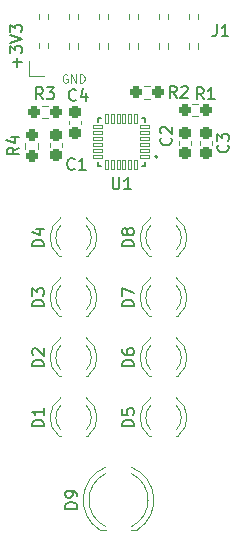
<source format=gto>
G04 #@! TF.GenerationSoftware,KiCad,Pcbnew,6.0.9-8da3e8f707~116~ubuntu20.04.1*
G04 #@! TF.CreationDate,2023-03-08T17:55:07+01:00*
G04 #@! TF.ProjectId,led_drv_pmod,6c65645f-6472-4765-9f70-6d6f642e6b69,rev?*
G04 #@! TF.SameCoordinates,Original*
G04 #@! TF.FileFunction,Legend,Top*
G04 #@! TF.FilePolarity,Positive*
%FSLAX46Y46*%
G04 Gerber Fmt 4.6, Leading zero omitted, Abs format (unit mm)*
G04 Created by KiCad (PCBNEW 6.0.9-8da3e8f707~116~ubuntu20.04.1) date 2023-03-08 17:55:07*
%MOMM*%
%LPD*%
G01*
G04 APERTURE LIST*
G04 Aperture macros list*
%AMRoundRect*
0 Rectangle with rounded corners*
0 $1 Rounding radius*
0 $2 $3 $4 $5 $6 $7 $8 $9 X,Y pos of 4 corners*
0 Add a 4 corners polygon primitive as box body*
4,1,4,$2,$3,$4,$5,$6,$7,$8,$9,$2,$3,0*
0 Add four circle primitives for the rounded corners*
1,1,$1+$1,$2,$3*
1,1,$1+$1,$4,$5*
1,1,$1+$1,$6,$7*
1,1,$1+$1,$8,$9*
0 Add four rect primitives between the rounded corners*
20,1,$1+$1,$2,$3,$4,$5,0*
20,1,$1+$1,$4,$5,$6,$7,0*
20,1,$1+$1,$6,$7,$8,$9,0*
20,1,$1+$1,$8,$9,$2,$3,0*%
G04 Aperture macros list end*
%ADD10C,0.150000*%
%ADD11C,0.100000*%
%ADD12C,0.120000*%
%ADD13C,0.127000*%
%ADD14C,0.200000*%
%ADD15R,1.700000X1.700000*%
%ADD16O,1.700000X1.700000*%
%ADD17RoundRect,0.237500X-0.250000X-0.237500X0.250000X-0.237500X0.250000X0.237500X-0.250000X0.237500X0*%
%ADD18RoundRect,0.237500X-0.237500X0.250000X-0.237500X-0.250000X0.237500X-0.250000X0.237500X0.250000X0*%
%ADD19R,1.800000X1.800000*%
%ADD20C,1.800000*%
%ADD21RoundRect,0.237500X0.237500X-0.300000X0.237500X0.300000X-0.237500X0.300000X-0.237500X-0.300000X0*%
%ADD22RoundRect,0.007800X0.397200X0.122200X-0.397200X0.122200X-0.397200X-0.122200X0.397200X-0.122200X0*%
%ADD23RoundRect,0.007800X-0.122200X0.397200X-0.122200X-0.397200X0.122200X-0.397200X0.122200X0.397200X0*%
%ADD24R,2.600000X2.600000*%
%ADD25R,1.800000X1.070000*%
%ADD26O,1.800000X1.070000*%
%ADD27RoundRect,0.237500X0.250000X0.237500X-0.250000X0.237500X-0.250000X-0.237500X0.250000X-0.237500X0*%
G04 APERTURE END LIST*
D10*
X79065428Y-48751904D02*
X79065428Y-47990000D01*
X79446380Y-48370952D02*
X78684476Y-48370952D01*
X78446380Y-47609047D02*
X78446380Y-46990000D01*
X78827333Y-47323333D01*
X78827333Y-47180476D01*
X78874952Y-47085238D01*
X78922571Y-47037619D01*
X79017809Y-46990000D01*
X79255904Y-46990000D01*
X79351142Y-47037619D01*
X79398761Y-47085238D01*
X79446380Y-47180476D01*
X79446380Y-47466190D01*
X79398761Y-47561428D01*
X79351142Y-47609047D01*
X78446380Y-46704285D02*
X79446380Y-46370952D01*
X78446380Y-46037619D01*
X78446380Y-45799523D02*
X78446380Y-45180476D01*
X78827333Y-45513809D01*
X78827333Y-45370952D01*
X78874952Y-45275714D01*
X78922571Y-45228095D01*
X79017809Y-45180476D01*
X79255904Y-45180476D01*
X79351142Y-45228095D01*
X79398761Y-45275714D01*
X79446380Y-45370952D01*
X79446380Y-45656666D01*
X79398761Y-45751904D01*
X79351142Y-45799523D01*
D11*
X83286666Y-49434000D02*
X83220000Y-49400666D01*
X83120000Y-49400666D01*
X83020000Y-49434000D01*
X82953333Y-49500666D01*
X82920000Y-49567333D01*
X82886666Y-49700666D01*
X82886666Y-49800666D01*
X82920000Y-49934000D01*
X82953333Y-50000666D01*
X83020000Y-50067333D01*
X83120000Y-50100666D01*
X83186666Y-50100666D01*
X83286666Y-50067333D01*
X83320000Y-50034000D01*
X83320000Y-49800666D01*
X83186666Y-49800666D01*
X83620000Y-50100666D02*
X83620000Y-49400666D01*
X84020000Y-50100666D01*
X84020000Y-49400666D01*
X84353333Y-50100666D02*
X84353333Y-49400666D01*
X84520000Y-49400666D01*
X84620000Y-49434000D01*
X84686666Y-49500666D01*
X84720000Y-49567333D01*
X84753333Y-49700666D01*
X84753333Y-49800666D01*
X84720000Y-49934000D01*
X84686666Y-50000666D01*
X84620000Y-50067333D01*
X84520000Y-50100666D01*
X84353333Y-50100666D01*
D10*
X95932666Y-45172380D02*
X95932666Y-45886666D01*
X95885047Y-46029523D01*
X95789809Y-46124761D01*
X95646952Y-46172380D01*
X95551714Y-46172380D01*
X96932666Y-46172380D02*
X96361238Y-46172380D01*
X96646952Y-46172380D02*
X96646952Y-45172380D01*
X96551714Y-45315238D01*
X96456476Y-45410476D01*
X96361238Y-45458095D01*
X94829333Y-51506380D02*
X94496000Y-51030190D01*
X94257904Y-51506380D02*
X94257904Y-50506380D01*
X94638857Y-50506380D01*
X94734095Y-50554000D01*
X94781714Y-50601619D01*
X94829333Y-50696857D01*
X94829333Y-50839714D01*
X94781714Y-50934952D01*
X94734095Y-50982571D01*
X94638857Y-51030190D01*
X94257904Y-51030190D01*
X95781714Y-51506380D02*
X95210285Y-51506380D01*
X95496000Y-51506380D02*
X95496000Y-50506380D01*
X95400761Y-50649238D01*
X95305523Y-50744476D01*
X95210285Y-50792095D01*
X79192380Y-55591666D02*
X78716190Y-55925000D01*
X79192380Y-56163095D02*
X78192380Y-56163095D01*
X78192380Y-55782142D01*
X78240000Y-55686904D01*
X78287619Y-55639285D01*
X78382857Y-55591666D01*
X78525714Y-55591666D01*
X78620952Y-55639285D01*
X78668571Y-55686904D01*
X78716190Y-55782142D01*
X78716190Y-56163095D01*
X78525714Y-54734523D02*
X79192380Y-54734523D01*
X78144761Y-54972619D02*
X78859047Y-55210714D01*
X78859047Y-54591666D01*
X88932380Y-79198095D02*
X87932380Y-79198095D01*
X87932380Y-78960000D01*
X87980000Y-78817142D01*
X88075238Y-78721904D01*
X88170476Y-78674285D01*
X88360952Y-78626666D01*
X88503809Y-78626666D01*
X88694285Y-78674285D01*
X88789523Y-78721904D01*
X88884761Y-78817142D01*
X88932380Y-78960000D01*
X88932380Y-79198095D01*
X87932380Y-77721904D02*
X87932380Y-78198095D01*
X88408571Y-78245714D01*
X88360952Y-78198095D01*
X88313333Y-78102857D01*
X88313333Y-77864761D01*
X88360952Y-77769523D01*
X88408571Y-77721904D01*
X88503809Y-77674285D01*
X88741904Y-77674285D01*
X88837142Y-77721904D01*
X88884761Y-77769523D01*
X88932380Y-77864761D01*
X88932380Y-78102857D01*
X88884761Y-78198095D01*
X88837142Y-78245714D01*
X83907333Y-57380142D02*
X83859714Y-57427761D01*
X83716857Y-57475380D01*
X83621619Y-57475380D01*
X83478761Y-57427761D01*
X83383523Y-57332523D01*
X83335904Y-57237285D01*
X83288285Y-57046809D01*
X83288285Y-56903952D01*
X83335904Y-56713476D01*
X83383523Y-56618238D01*
X83478761Y-56523000D01*
X83621619Y-56475380D01*
X83716857Y-56475380D01*
X83859714Y-56523000D01*
X83907333Y-56570619D01*
X84859714Y-57475380D02*
X84288285Y-57475380D01*
X84574000Y-57475380D02*
X84574000Y-56475380D01*
X84478761Y-56618238D01*
X84383523Y-56713476D01*
X84288285Y-56761095D01*
X81312380Y-63958095D02*
X80312380Y-63958095D01*
X80312380Y-63720000D01*
X80360000Y-63577142D01*
X80455238Y-63481904D01*
X80550476Y-63434285D01*
X80740952Y-63386666D01*
X80883809Y-63386666D01*
X81074285Y-63434285D01*
X81169523Y-63481904D01*
X81264761Y-63577142D01*
X81312380Y-63720000D01*
X81312380Y-63958095D01*
X80645714Y-62529523D02*
X81312380Y-62529523D01*
X80264761Y-62767619D02*
X80979047Y-63005714D01*
X80979047Y-62386666D01*
X81312380Y-69038095D02*
X80312380Y-69038095D01*
X80312380Y-68800000D01*
X80360000Y-68657142D01*
X80455238Y-68561904D01*
X80550476Y-68514285D01*
X80740952Y-68466666D01*
X80883809Y-68466666D01*
X81074285Y-68514285D01*
X81169523Y-68561904D01*
X81264761Y-68657142D01*
X81312380Y-68800000D01*
X81312380Y-69038095D01*
X80312380Y-68133333D02*
X80312380Y-67514285D01*
X80693333Y-67847619D01*
X80693333Y-67704761D01*
X80740952Y-67609523D01*
X80788571Y-67561904D01*
X80883809Y-67514285D01*
X81121904Y-67514285D01*
X81217142Y-67561904D01*
X81264761Y-67609523D01*
X81312380Y-67704761D01*
X81312380Y-67990476D01*
X81264761Y-68085714D01*
X81217142Y-68133333D01*
X88932380Y-74118095D02*
X87932380Y-74118095D01*
X87932380Y-73880000D01*
X87980000Y-73737142D01*
X88075238Y-73641904D01*
X88170476Y-73594285D01*
X88360952Y-73546666D01*
X88503809Y-73546666D01*
X88694285Y-73594285D01*
X88789523Y-73641904D01*
X88884761Y-73737142D01*
X88932380Y-73880000D01*
X88932380Y-74118095D01*
X87932380Y-72689523D02*
X87932380Y-72880000D01*
X87980000Y-72975238D01*
X88027619Y-73022857D01*
X88170476Y-73118095D01*
X88360952Y-73165714D01*
X88741904Y-73165714D01*
X88837142Y-73118095D01*
X88884761Y-73070476D01*
X88932380Y-72975238D01*
X88932380Y-72784761D01*
X88884761Y-72689523D01*
X88837142Y-72641904D01*
X88741904Y-72594285D01*
X88503809Y-72594285D01*
X88408571Y-72641904D01*
X88360952Y-72689523D01*
X88313333Y-72784761D01*
X88313333Y-72975238D01*
X88360952Y-73070476D01*
X88408571Y-73118095D01*
X88503809Y-73165714D01*
X81312380Y-74118095D02*
X80312380Y-74118095D01*
X80312380Y-73880000D01*
X80360000Y-73737142D01*
X80455238Y-73641904D01*
X80550476Y-73594285D01*
X80740952Y-73546666D01*
X80883809Y-73546666D01*
X81074285Y-73594285D01*
X81169523Y-73641904D01*
X81264761Y-73737142D01*
X81312380Y-73880000D01*
X81312380Y-74118095D01*
X80407619Y-73165714D02*
X80360000Y-73118095D01*
X80312380Y-73022857D01*
X80312380Y-72784761D01*
X80360000Y-72689523D01*
X80407619Y-72641904D01*
X80502857Y-72594285D01*
X80598095Y-72594285D01*
X80740952Y-72641904D01*
X81312380Y-73213333D01*
X81312380Y-72594285D01*
X81312380Y-79198095D02*
X80312380Y-79198095D01*
X80312380Y-78960000D01*
X80360000Y-78817142D01*
X80455238Y-78721904D01*
X80550476Y-78674285D01*
X80740952Y-78626666D01*
X80883809Y-78626666D01*
X81074285Y-78674285D01*
X81169523Y-78721904D01*
X81264761Y-78817142D01*
X81312380Y-78960000D01*
X81312380Y-79198095D01*
X81312380Y-77674285D02*
X81312380Y-78245714D01*
X81312380Y-77960000D02*
X80312380Y-77960000D01*
X80455238Y-78055238D01*
X80550476Y-78150476D01*
X80598095Y-78245714D01*
X88932380Y-69038095D02*
X87932380Y-69038095D01*
X87932380Y-68800000D01*
X87980000Y-68657142D01*
X88075238Y-68561904D01*
X88170476Y-68514285D01*
X88360952Y-68466666D01*
X88503809Y-68466666D01*
X88694285Y-68514285D01*
X88789523Y-68561904D01*
X88884761Y-68657142D01*
X88932380Y-68800000D01*
X88932380Y-69038095D01*
X87932380Y-68133333D02*
X87932380Y-67466666D01*
X88932380Y-67895238D01*
X87122095Y-58126380D02*
X87122095Y-58935904D01*
X87169714Y-59031142D01*
X87217333Y-59078761D01*
X87312571Y-59126380D01*
X87503047Y-59126380D01*
X87598285Y-59078761D01*
X87645904Y-59031142D01*
X87693523Y-58935904D01*
X87693523Y-58126380D01*
X88693523Y-59126380D02*
X88122095Y-59126380D01*
X88407809Y-59126380D02*
X88407809Y-58126380D01*
X88312571Y-58269238D01*
X88217333Y-58364476D01*
X88122095Y-58412095D01*
X88932380Y-63958095D02*
X87932380Y-63958095D01*
X87932380Y-63720000D01*
X87980000Y-63577142D01*
X88075238Y-63481904D01*
X88170476Y-63434285D01*
X88360952Y-63386666D01*
X88503809Y-63386666D01*
X88694285Y-63434285D01*
X88789523Y-63481904D01*
X88884761Y-63577142D01*
X88932380Y-63720000D01*
X88932380Y-63958095D01*
X88360952Y-62815238D02*
X88313333Y-62910476D01*
X88265714Y-62958095D01*
X88170476Y-63005714D01*
X88122857Y-63005714D01*
X88027619Y-62958095D01*
X87980000Y-62910476D01*
X87932380Y-62815238D01*
X87932380Y-62624761D01*
X87980000Y-62529523D01*
X88027619Y-62481904D01*
X88122857Y-62434285D01*
X88170476Y-62434285D01*
X88265714Y-62481904D01*
X88313333Y-62529523D01*
X88360952Y-62624761D01*
X88360952Y-62815238D01*
X88408571Y-62910476D01*
X88456190Y-62958095D01*
X88551428Y-63005714D01*
X88741904Y-63005714D01*
X88837142Y-62958095D01*
X88884761Y-62910476D01*
X88932380Y-62815238D01*
X88932380Y-62624761D01*
X88884761Y-62529523D01*
X88837142Y-62481904D01*
X88741904Y-62434285D01*
X88551428Y-62434285D01*
X88456190Y-62481904D01*
X88408571Y-62529523D01*
X88360952Y-62624761D01*
X84034333Y-51538142D02*
X83986714Y-51585761D01*
X83843857Y-51633380D01*
X83748619Y-51633380D01*
X83605761Y-51585761D01*
X83510523Y-51490523D01*
X83462904Y-51395285D01*
X83415285Y-51204809D01*
X83415285Y-51061952D01*
X83462904Y-50871476D01*
X83510523Y-50776238D01*
X83605761Y-50681000D01*
X83748619Y-50633380D01*
X83843857Y-50633380D01*
X83986714Y-50681000D01*
X84034333Y-50728619D01*
X84891476Y-50966714D02*
X84891476Y-51633380D01*
X84653380Y-50585761D02*
X84415285Y-51300047D01*
X85034333Y-51300047D01*
X84122380Y-86183095D02*
X83122380Y-86183095D01*
X83122380Y-85945000D01*
X83170000Y-85802142D01*
X83265238Y-85706904D01*
X83360476Y-85659285D01*
X83550952Y-85611666D01*
X83693809Y-85611666D01*
X83884285Y-85659285D01*
X83979523Y-85706904D01*
X84074761Y-85802142D01*
X84122380Y-85945000D01*
X84122380Y-86183095D01*
X84122380Y-85135476D02*
X84122380Y-84945000D01*
X84074761Y-84849761D01*
X84027142Y-84802142D01*
X83884285Y-84706904D01*
X83693809Y-84659285D01*
X83312857Y-84659285D01*
X83217619Y-84706904D01*
X83170000Y-84754523D01*
X83122380Y-84849761D01*
X83122380Y-85040238D01*
X83170000Y-85135476D01*
X83217619Y-85183095D01*
X83312857Y-85230714D01*
X83550952Y-85230714D01*
X83646190Y-85183095D01*
X83693809Y-85135476D01*
X83741428Y-85040238D01*
X83741428Y-84849761D01*
X83693809Y-84754523D01*
X83646190Y-84706904D01*
X83550952Y-84659285D01*
X81216833Y-51506380D02*
X80883500Y-51030190D01*
X80645404Y-51506380D02*
X80645404Y-50506380D01*
X81026357Y-50506380D01*
X81121595Y-50554000D01*
X81169214Y-50601619D01*
X81216833Y-50696857D01*
X81216833Y-50839714D01*
X81169214Y-50934952D01*
X81121595Y-50982571D01*
X81026357Y-51030190D01*
X80645404Y-51030190D01*
X81550166Y-50506380D02*
X82169214Y-50506380D01*
X81835880Y-50887333D01*
X81978738Y-50887333D01*
X82073976Y-50934952D01*
X82121595Y-50982571D01*
X82169214Y-51077809D01*
X82169214Y-51315904D01*
X82121595Y-51411142D01*
X82073976Y-51458761D01*
X81978738Y-51506380D01*
X81693023Y-51506380D01*
X81597785Y-51458761D01*
X81550166Y-51411142D01*
X92543333Y-51379380D02*
X92210000Y-50903190D01*
X91971904Y-51379380D02*
X91971904Y-50379380D01*
X92352857Y-50379380D01*
X92448095Y-50427000D01*
X92495714Y-50474619D01*
X92543333Y-50569857D01*
X92543333Y-50712714D01*
X92495714Y-50807952D01*
X92448095Y-50855571D01*
X92352857Y-50903190D01*
X91971904Y-50903190D01*
X92924285Y-50474619D02*
X92971904Y-50427000D01*
X93067142Y-50379380D01*
X93305238Y-50379380D01*
X93400476Y-50427000D01*
X93448095Y-50474619D01*
X93495714Y-50569857D01*
X93495714Y-50665095D01*
X93448095Y-50807952D01*
X92876666Y-51379380D01*
X93495714Y-51379380D01*
X96877142Y-55385166D02*
X96924761Y-55432785D01*
X96972380Y-55575642D01*
X96972380Y-55670880D01*
X96924761Y-55813738D01*
X96829523Y-55908976D01*
X96734285Y-55956595D01*
X96543809Y-56004214D01*
X96400952Y-56004214D01*
X96210476Y-55956595D01*
X96115238Y-55908976D01*
X96020000Y-55813738D01*
X95972380Y-55670880D01*
X95972380Y-55575642D01*
X96020000Y-55432785D01*
X96067619Y-55385166D01*
X95972380Y-55051833D02*
X95972380Y-54432785D01*
X96353333Y-54766119D01*
X96353333Y-54623261D01*
X96400952Y-54528023D01*
X96448571Y-54480404D01*
X96543809Y-54432785D01*
X96781904Y-54432785D01*
X96877142Y-54480404D01*
X96924761Y-54528023D01*
X96972380Y-54623261D01*
X96972380Y-54908976D01*
X96924761Y-55004214D01*
X96877142Y-55051833D01*
X92051142Y-54776666D02*
X92098761Y-54824285D01*
X92146380Y-54967142D01*
X92146380Y-55062380D01*
X92098761Y-55205238D01*
X92003523Y-55300476D01*
X91908285Y-55348095D01*
X91717809Y-55395714D01*
X91574952Y-55395714D01*
X91384476Y-55348095D01*
X91289238Y-55300476D01*
X91194000Y-55205238D01*
X91146380Y-55062380D01*
X91146380Y-54967142D01*
X91194000Y-54824285D01*
X91241619Y-54776666D01*
X91241619Y-54395714D02*
X91194000Y-54348095D01*
X91146380Y-54252857D01*
X91146380Y-54014761D01*
X91194000Y-53919523D01*
X91241619Y-53871904D01*
X91336857Y-53824285D01*
X91432095Y-53824285D01*
X91574952Y-53871904D01*
X92146380Y-54443333D01*
X92146380Y-53824285D01*
D12*
X80900000Y-47150000D02*
X80900000Y-46762929D01*
X83440000Y-47217071D02*
X83440000Y-46762929D01*
X80900000Y-44677071D02*
X80900000Y-44280000D01*
X94360000Y-44677071D02*
X94360000Y-44280000D01*
X84200000Y-47217071D02*
X84200000Y-46762929D01*
X88520000Y-47217071D02*
X88520000Y-46762929D01*
X91060000Y-44677071D02*
X91060000Y-44280000D01*
X81660000Y-47150000D02*
X81660000Y-46762929D01*
X91820000Y-47217071D02*
X91820000Y-46762929D01*
X86740000Y-44677071D02*
X86740000Y-44280000D01*
X89280000Y-47217071D02*
X89280000Y-46762929D01*
X91820000Y-44677071D02*
X91820000Y-44280000D01*
X91060000Y-47217071D02*
X91060000Y-46762929D01*
X94360000Y-47217071D02*
X94360000Y-46762929D01*
X84200000Y-44677071D02*
X84200000Y-44280000D01*
X81280000Y-49530000D02*
X80010000Y-49530000D01*
X85980000Y-44677071D02*
X85980000Y-44280000D01*
X86740000Y-47217071D02*
X86740000Y-46762929D01*
X88520000Y-44677071D02*
X88520000Y-44280000D01*
X89280000Y-44677071D02*
X89280000Y-44280000D01*
X93600000Y-47217071D02*
X93600000Y-46762929D01*
X93600000Y-44677071D02*
X93600000Y-44280000D01*
X85980000Y-47217071D02*
X85980000Y-46762929D01*
X80010000Y-49530000D02*
X80010000Y-48260000D01*
X83440000Y-44677071D02*
X83440000Y-44280000D01*
X81660000Y-44677071D02*
X81660000Y-44280000D01*
X93875776Y-52947000D02*
X94385224Y-52947000D01*
X93875776Y-51902000D02*
X94385224Y-51902000D01*
X79741500Y-55170276D02*
X79741500Y-55679724D01*
X80786500Y-55170276D02*
X80786500Y-55679724D01*
X92520000Y-80020000D02*
X92676000Y-80020000D01*
X90204000Y-80020000D02*
X90360000Y-80020000D01*
X90360163Y-77418870D02*
G75*
G03*
X90360000Y-79500961I1079837J-1041130D01*
G01*
X90361392Y-76787665D02*
G75*
G03*
X90204484Y-80020000I1078608J-1672335D01*
G01*
X92675516Y-80020000D02*
G75*
G03*
X92518608Y-76787665I-1235516J1560000D01*
G01*
X92520000Y-79500961D02*
G75*
G03*
X92519837Y-77418870I-1080000J1040961D01*
G01*
X81786000Y-55518267D02*
X81786000Y-55225733D01*
X82806000Y-55518267D02*
X82806000Y-55225733D01*
X82584000Y-64780000D02*
X82740000Y-64780000D01*
X84900000Y-64780000D02*
X85056000Y-64780000D01*
X82740163Y-62178870D02*
G75*
G03*
X82740000Y-64260961I1079837J-1041130D01*
G01*
X84900000Y-64260961D02*
G75*
G03*
X84899837Y-62178870I-1080000J1040961D01*
G01*
X82741392Y-61547665D02*
G75*
G03*
X82584484Y-64780000I1078608J-1672335D01*
G01*
X85055516Y-64780000D02*
G75*
G03*
X84898608Y-61547665I-1235516J1560000D01*
G01*
X84900000Y-69860000D02*
X85056000Y-69860000D01*
X82584000Y-69860000D02*
X82740000Y-69860000D01*
X82740163Y-67258870D02*
G75*
G03*
X82740000Y-69340961I1079837J-1041130D01*
G01*
X85055516Y-69860000D02*
G75*
G03*
X84898608Y-66627665I-1235516J1560000D01*
G01*
X82741392Y-66627665D02*
G75*
G03*
X82584484Y-69860000I1078608J-1672335D01*
G01*
X84900000Y-69340961D02*
G75*
G03*
X84899837Y-67258870I-1080000J1040961D01*
G01*
X92520000Y-74940000D02*
X92676000Y-74940000D01*
X90204000Y-74940000D02*
X90360000Y-74940000D01*
X90361392Y-71707665D02*
G75*
G03*
X90204484Y-74940000I1078608J-1672335D01*
G01*
X90360163Y-72338870D02*
G75*
G03*
X90360000Y-74420961I1079837J-1041130D01*
G01*
X92520000Y-74420961D02*
G75*
G03*
X92519837Y-72338870I-1080000J1040961D01*
G01*
X92675516Y-74940000D02*
G75*
G03*
X92518608Y-71707665I-1235516J1560000D01*
G01*
X82584000Y-74940000D02*
X82740000Y-74940000D01*
X84900000Y-74940000D02*
X85056000Y-74940000D01*
X82741392Y-71707665D02*
G75*
G03*
X82584484Y-74940000I1078608J-1672335D01*
G01*
X82740163Y-72338870D02*
G75*
G03*
X82740000Y-74420961I1079837J-1041130D01*
G01*
X85055516Y-74940000D02*
G75*
G03*
X84898608Y-71707665I-1235516J1560000D01*
G01*
X84900000Y-74420961D02*
G75*
G03*
X84899837Y-72338870I-1080000J1040961D01*
G01*
X84900000Y-80020000D02*
X85056000Y-80020000D01*
X82584000Y-80020000D02*
X82740000Y-80020000D01*
X84900000Y-79500961D02*
G75*
G03*
X84899837Y-77418870I-1080000J1040961D01*
G01*
X82741392Y-76787665D02*
G75*
G03*
X82584484Y-80020000I1078608J-1672335D01*
G01*
X85055516Y-80020000D02*
G75*
G03*
X84898608Y-76787665I-1235516J1560000D01*
G01*
X82740163Y-77418870D02*
G75*
G03*
X82740000Y-79500961I1079837J-1041130D01*
G01*
X90204000Y-69860000D02*
X90360000Y-69860000D01*
X92520000Y-69860000D02*
X92676000Y-69860000D01*
X90361392Y-66627665D02*
G75*
G03*
X90204484Y-69860000I1078608J-1672335D01*
G01*
X92675516Y-69860000D02*
G75*
G03*
X92518608Y-66627665I-1235516J1560000D01*
G01*
X92520000Y-69340961D02*
G75*
G03*
X92519837Y-67258870I-1080000J1040961D01*
G01*
X90360163Y-67258870D02*
G75*
G03*
X90360000Y-69340961I1079837J-1041130D01*
G01*
D13*
X89884000Y-53118000D02*
X89584000Y-53118000D01*
X89884000Y-57118000D02*
X89584000Y-57118000D01*
X89884000Y-53118000D02*
X89884000Y-53418000D01*
X85884000Y-53118000D02*
X85884000Y-53418000D01*
X89884000Y-57118000D02*
X89884000Y-56818000D01*
X85884000Y-53118000D02*
X86184000Y-53118000D01*
X85884000Y-57118000D02*
X86184000Y-57118000D01*
X85884000Y-57118000D02*
X85884000Y-56818000D01*
D14*
X90944000Y-56368000D02*
G75*
G03*
X90944000Y-56368000I-100000J0D01*
G01*
D12*
X90204000Y-64780000D02*
X90360000Y-64780000D01*
X92520000Y-64780000D02*
X92676000Y-64780000D01*
X92520000Y-64260961D02*
G75*
G03*
X92519837Y-62178870I-1080000J1040961D01*
G01*
X90361392Y-61547665D02*
G75*
G03*
X90204484Y-64780000I1078608J-1672335D01*
G01*
X90360163Y-62178870D02*
G75*
G03*
X90360000Y-64260961I1079837J-1041130D01*
G01*
X92675516Y-64780000D02*
G75*
G03*
X92518608Y-61547665I-1235516J1560000D01*
G01*
X83437000Y-53613267D02*
X83437000Y-53320733D01*
X84457000Y-53613267D02*
X84457000Y-53320733D01*
X86085000Y-88005000D02*
X86550000Y-88005000D01*
X88710000Y-88005000D02*
X89175000Y-88005000D01*
X86549173Y-82657185D02*
G75*
G03*
X86085170Y-88005000I1080827J-2787815D01*
G01*
X88710000Y-87699684D02*
G75*
G03*
X88710429Y-83190521I-1080000J2254684D01*
G01*
X89174830Y-88005000D02*
G75*
G03*
X88710827Y-82657185I-1544830J2560000D01*
G01*
X86549571Y-83190521D02*
G75*
G03*
X86550000Y-87699684I1080429J-2254479D01*
G01*
X81638224Y-52055500D02*
X81128776Y-52055500D01*
X81638224Y-53100500D02*
X81128776Y-53100500D01*
X90297724Y-50404500D02*
X89788276Y-50404500D01*
X90297724Y-51449500D02*
X89788276Y-51449500D01*
X94486000Y-55364767D02*
X94486000Y-55072233D01*
X95506000Y-55364767D02*
X95506000Y-55072233D01*
X92708000Y-55364767D02*
X92708000Y-55072233D01*
X93728000Y-55364767D02*
X93728000Y-55072233D01*
%LPC*%
D15*
X81280000Y-48260000D03*
D16*
X81280000Y-45720000D03*
X83820000Y-48260000D03*
X83820000Y-45720000D03*
X86360000Y-48260000D03*
X86360000Y-45720000D03*
X88900000Y-48260000D03*
X88900000Y-45720000D03*
X91440000Y-48260000D03*
X91440000Y-45720000D03*
X93980000Y-48260000D03*
X93980000Y-45720000D03*
D17*
X95043000Y-52424500D03*
X93218000Y-52424500D03*
D18*
X80264000Y-54512500D03*
X80264000Y-56337500D03*
D19*
X91440000Y-79730000D03*
D20*
X91440000Y-77190000D03*
D21*
X82296000Y-56234500D03*
X82296000Y-54509500D03*
D19*
X83820000Y-64490000D03*
D20*
X83820000Y-61950000D03*
D19*
X83820000Y-69570000D03*
D20*
X83820000Y-67030000D03*
D19*
X91440000Y-74650000D03*
D20*
X91440000Y-72110000D03*
D19*
X83820000Y-74650000D03*
D20*
X83820000Y-72110000D03*
D19*
X83820000Y-79730000D03*
D20*
X83820000Y-77190000D03*
D19*
X91440000Y-69570000D03*
D20*
X91440000Y-67030000D03*
D22*
X89834000Y-56368000D03*
X89834000Y-55868000D03*
X89834000Y-55368000D03*
X89834000Y-54868000D03*
X89834000Y-54368000D03*
X89834000Y-53868000D03*
D23*
X89134000Y-53168000D03*
X88634000Y-53168000D03*
X88134000Y-53168000D03*
X87634000Y-53168000D03*
X87134000Y-53168000D03*
X86634000Y-53168000D03*
D22*
X85934000Y-53868000D03*
X85934000Y-54368000D03*
X85934000Y-54868000D03*
X85934000Y-55368000D03*
X85934000Y-55868000D03*
X85934000Y-56368000D03*
D23*
X86634000Y-57068000D03*
X87134000Y-57068000D03*
X87634000Y-57068000D03*
X88134000Y-57068000D03*
X88634000Y-57068000D03*
X89134000Y-57068000D03*
D24*
X87884000Y-55118000D03*
D19*
X91440000Y-64490000D03*
D20*
X91440000Y-61950000D03*
D21*
X83947000Y-54329500D03*
X83947000Y-52604500D03*
D25*
X87630000Y-87350000D03*
D26*
X87630000Y-86080000D03*
X87630000Y-84810000D03*
X87630000Y-83540000D03*
D27*
X82296000Y-52578000D03*
X80471000Y-52578000D03*
X90955500Y-50927000D03*
X89130500Y-50927000D03*
D21*
X94996000Y-56081000D03*
X94996000Y-54356000D03*
X93218000Y-56081000D03*
X93218000Y-54356000D03*
M02*

</source>
